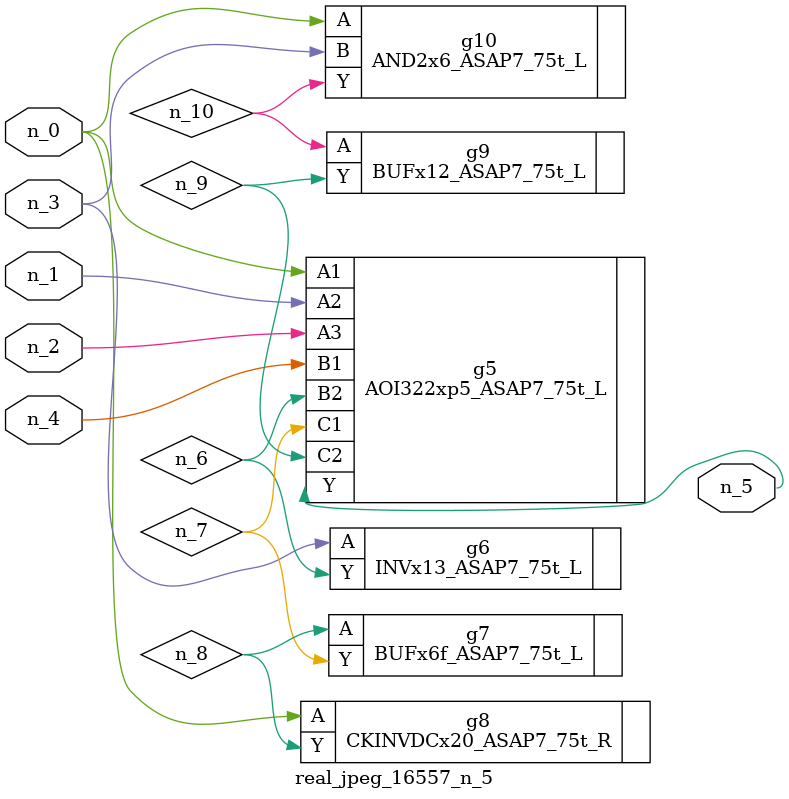
<source format=v>
module real_jpeg_16557_n_5 (n_4, n_0, n_1, n_2, n_3, n_5);

input n_4;
input n_0;
input n_1;
input n_2;
input n_3;

output n_5;

wire n_8;
wire n_6;
wire n_7;
wire n_10;
wire n_9;

AOI322xp5_ASAP7_75t_L g5 ( 
.A1(n_0),
.A2(n_1),
.A3(n_2),
.B1(n_4),
.B2(n_6),
.C1(n_7),
.C2(n_9),
.Y(n_5)
);

CKINVDCx20_ASAP7_75t_R g8 ( 
.A(n_0),
.Y(n_8)
);

AND2x6_ASAP7_75t_L g10 ( 
.A(n_0),
.B(n_3),
.Y(n_10)
);

INVx13_ASAP7_75t_L g6 ( 
.A(n_3),
.Y(n_6)
);

BUFx6f_ASAP7_75t_L g7 ( 
.A(n_8),
.Y(n_7)
);

BUFx12_ASAP7_75t_L g9 ( 
.A(n_10),
.Y(n_9)
);


endmodule
</source>
